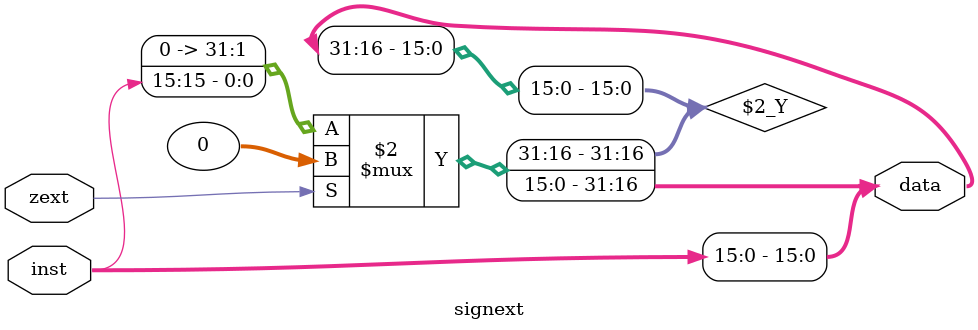
<source format=v>
`timescale 1ns / 1ps


module signext(
    input [15:0] inst,
    input zext,
    output [31:0] data
    );

    assign data = {{16 {zext ? 0 : inst[15]}},inst[15:0]};

endmodule

</source>
